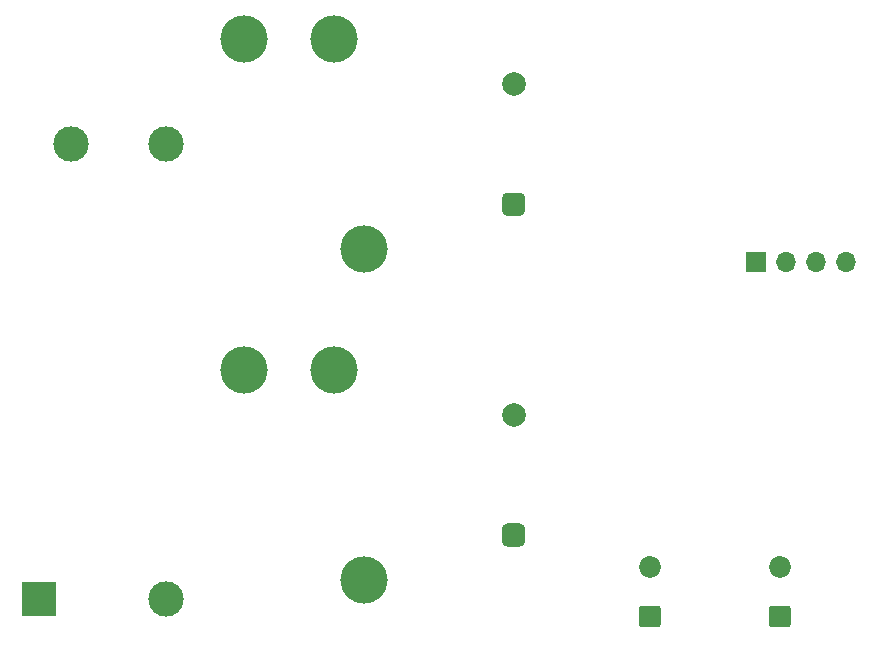
<source format=gbr>
%TF.GenerationSoftware,KiCad,Pcbnew,5.1.10*%
%TF.CreationDate,2021-08-16T03:58:39-04:00*%
%TF.ProjectId,wifi-50A-relay,77696669-2d35-4304-912d-72656c61792e,rev?*%
%TF.SameCoordinates,Original*%
%TF.FileFunction,Soldermask,Bot*%
%TF.FilePolarity,Negative*%
%FSLAX46Y46*%
G04 Gerber Fmt 4.6, Leading zero omitted, Abs format (unit mm)*
G04 Created by KiCad (PCBNEW 5.1.10) date 2021-08-16 03:58:39*
%MOMM*%
%LPD*%
G01*
G04 APERTURE LIST*
%ADD10R,3.000000X3.000000*%
%ADD11C,3.000000*%
%ADD12C,4.000000*%
%ADD13C,2.000000*%
%ADD14C,1.850000*%
%ADD15O,1.700000X1.700000*%
%ADD16R,1.700000X1.700000*%
G04 APERTURE END LIST*
D10*
%TO.C,PS1*%
X40250000Y-82500000D03*
D11*
X43000000Y-44000000D03*
X51000000Y-82500000D03*
X51000000Y-44000000D03*
%TD*%
%TO.C,K2*%
G36*
G01*
X79460000Y-49600000D02*
X79460000Y-48600000D01*
G75*
G02*
X79960000Y-48100000I500000J0D01*
G01*
X80960000Y-48100000D01*
G75*
G02*
X81460000Y-48600000I0J-500000D01*
G01*
X81460000Y-49600000D01*
G75*
G02*
X80960000Y-50100000I-500000J0D01*
G01*
X79960000Y-50100000D01*
G75*
G02*
X79460000Y-49600000I0J500000D01*
G01*
G37*
D12*
X67800000Y-52900000D03*
X57660000Y-35100000D03*
X65260000Y-35100000D03*
D13*
X80460000Y-38900000D03*
%TD*%
%TO.C,K1*%
G36*
G01*
X79460000Y-77600000D02*
X79460000Y-76600000D01*
G75*
G02*
X79960000Y-76100000I500000J0D01*
G01*
X80960000Y-76100000D01*
G75*
G02*
X81460000Y-76600000I0J-500000D01*
G01*
X81460000Y-77600000D01*
G75*
G02*
X80960000Y-78100000I-500000J0D01*
G01*
X79960000Y-78100000D01*
G75*
G02*
X79460000Y-77600000I0J500000D01*
G01*
G37*
D12*
X67800000Y-80900000D03*
X57660000Y-63100000D03*
X65260000Y-63100000D03*
D13*
X80460000Y-66900000D03*
%TD*%
D14*
%TO.C,J3*%
X103000000Y-79800000D03*
G36*
G01*
X103675001Y-84925000D02*
X102324999Y-84925000D01*
G75*
G02*
X102075000Y-84675001I0J249999D01*
G01*
X102075000Y-83324999D01*
G75*
G02*
X102324999Y-83075000I249999J0D01*
G01*
X103675001Y-83075000D01*
G75*
G02*
X103925000Y-83324999I0J-249999D01*
G01*
X103925000Y-84675001D01*
G75*
G02*
X103675001Y-84925000I-249999J0D01*
G01*
G37*
%TD*%
%TO.C,J2*%
X92000000Y-79800000D03*
G36*
G01*
X92675001Y-84925000D02*
X91324999Y-84925000D01*
G75*
G02*
X91075000Y-84675001I0J249999D01*
G01*
X91075000Y-83324999D01*
G75*
G02*
X91324999Y-83075000I249999J0D01*
G01*
X92675001Y-83075000D01*
G75*
G02*
X92925000Y-83324999I0J-249999D01*
G01*
X92925000Y-84675001D01*
G75*
G02*
X92675001Y-84925000I-249999J0D01*
G01*
G37*
%TD*%
D15*
%TO.C,J1*%
X108620000Y-54000000D03*
X106080000Y-54000000D03*
X103540000Y-54000000D03*
D16*
X101000000Y-54000000D03*
%TD*%
M02*

</source>
